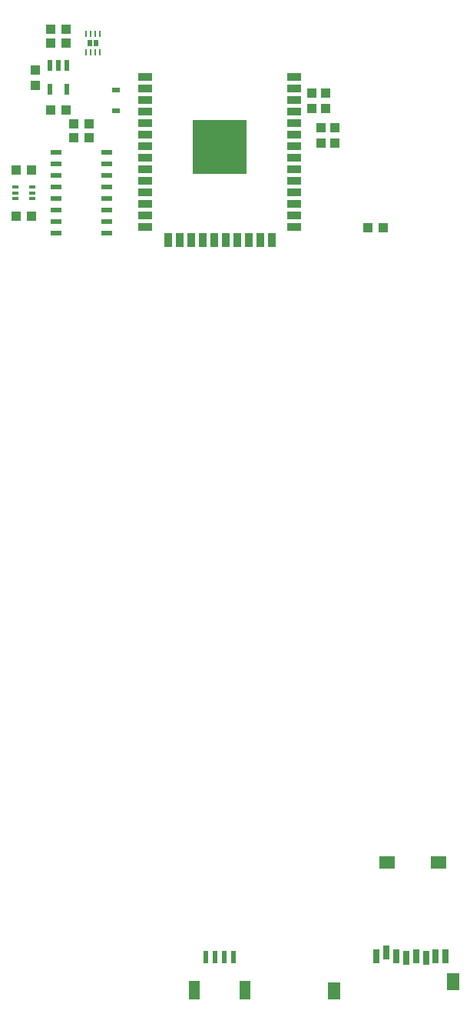
<source format=gbp>
G04 EAGLE Gerber RS-274X export*
G75*
%MOMM*%
%FSLAX34Y34*%
%LPD*%
%INSolderpaste Bottom*%
%IPPOS*%
%AMOC8*
5,1,8,0,0,1.08239X$1,22.5*%
G01*
%ADD10R,1.200000X2.000000*%
%ADD11R,0.600000X1.350000*%
%ADD12R,0.550000X1.200000*%
%ADD13R,1.000000X1.100000*%
%ADD14R,1.100000X1.000000*%
%ADD15R,0.830000X0.630000*%
%ADD16R,1.500000X0.900000*%
%ADD17R,0.900000X1.500000*%
%ADD18R,6.000000X6.000000*%
%ADD19R,1.200000X0.600000*%
%ADD20R,0.660000X0.300000*%
%ADD21R,1.800000X1.400000*%
%ADD22R,1.400000X1.900000*%
%ADD23R,0.800000X1.500000*%
%ADD24R,0.250000X0.637500*%
%ADD25R,0.500000X0.640000*%


D10*
X282000Y11350D03*
X226000Y11350D03*
D11*
X269000Y48100D03*
X259000Y48100D03*
X249000Y48100D03*
X239000Y48100D03*
D12*
X66700Y1029001D03*
X76200Y1029001D03*
X85700Y1029001D03*
X85700Y1002999D03*
X66700Y1002999D03*
D13*
X50800Y1024500D03*
X50800Y1007500D03*
D14*
X84700Y1054100D03*
X67700Y1054100D03*
X84700Y980440D03*
X67700Y980440D03*
D15*
X139700Y979100D03*
X139700Y1002100D03*
D13*
X365760Y961000D03*
X365760Y944000D03*
D14*
X93100Y949960D03*
X110100Y949960D03*
D13*
X355600Y999100D03*
X355600Y982100D03*
X381000Y961000D03*
X381000Y944000D03*
D16*
X336380Y1016800D03*
X336380Y1004100D03*
X336380Y991400D03*
X336380Y978700D03*
X336380Y966000D03*
X336380Y953300D03*
X336380Y940600D03*
X336380Y927900D03*
X336380Y915200D03*
X336380Y902500D03*
X336380Y889800D03*
X336380Y877100D03*
X336380Y864400D03*
X336380Y851700D03*
D17*
X311150Y836800D03*
X298450Y836800D03*
X285750Y836800D03*
X273050Y836800D03*
X260350Y836800D03*
X247650Y836800D03*
X234950Y836800D03*
X222250Y836800D03*
X209550Y836800D03*
X196850Y836800D03*
D16*
X171620Y851700D03*
X171620Y864400D03*
X171620Y877100D03*
X171620Y889800D03*
X171620Y902500D03*
X171620Y915200D03*
X171620Y927900D03*
X171620Y940600D03*
X171620Y953300D03*
X171620Y966000D03*
X171620Y978700D03*
X171620Y991400D03*
X171620Y1004100D03*
X171620Y1016800D03*
D18*
X254000Y939800D03*
D13*
X370840Y999100D03*
X370840Y982100D03*
D19*
X129600Y933450D03*
X129600Y920750D03*
X129600Y908050D03*
X129600Y895350D03*
X129600Y882650D03*
X129600Y869950D03*
X129600Y857250D03*
X129600Y844550D03*
X73600Y844550D03*
X73600Y857250D03*
X73600Y869950D03*
X73600Y882650D03*
X73600Y895350D03*
X73600Y908050D03*
X73600Y920750D03*
X73600Y933450D03*
D14*
X29600Y863600D03*
X46600Y863600D03*
X46600Y914400D03*
X29600Y914400D03*
D20*
X47300Y895500D03*
X28900Y889000D03*
X28900Y882500D03*
X28900Y895500D03*
X47300Y889000D03*
X47300Y882500D03*
D14*
X93100Y965200D03*
X110100Y965200D03*
X416950Y850900D03*
X433950Y850900D03*
D21*
X438120Y152050D03*
X495120Y152050D03*
D22*
X511120Y20550D03*
X379620Y10550D03*
D23*
X426220Y49050D03*
X437220Y53050D03*
X448220Y49050D03*
X459220Y47050D03*
X470220Y49050D03*
X481220Y47050D03*
X492220Y49050D03*
X503220Y49050D03*
D24*
X121800Y1043913D03*
X116800Y1064288D03*
X121800Y1064288D03*
X111800Y1064288D03*
X106800Y1064288D03*
X116800Y1043913D03*
X111800Y1043913D03*
X106800Y1043913D03*
D25*
X110900Y1054100D03*
X117700Y1054100D03*
D14*
X84700Y1069340D03*
X67700Y1069340D03*
M02*

</source>
